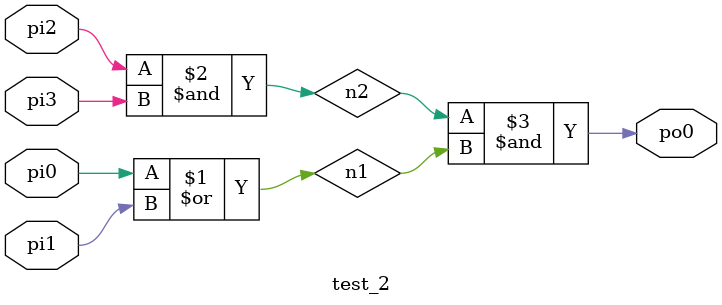
<source format=v>
module test_2 (
	pi0, pi1, pi2, pi3,
	po0);
  	input pi0, pi1, pi2, pi3;
  	output po0;
  	wire n1, n2;
	assign n1 = pi0 | pi1;
	assign n2 = pi2 & pi3;
	assign po0 = n2 & n1;
endmodule

// Y4(i3, i4, 0, 1, 0, 0, i1, i2, 0, 0, 1, 1, 1, 0, 0)

</source>
